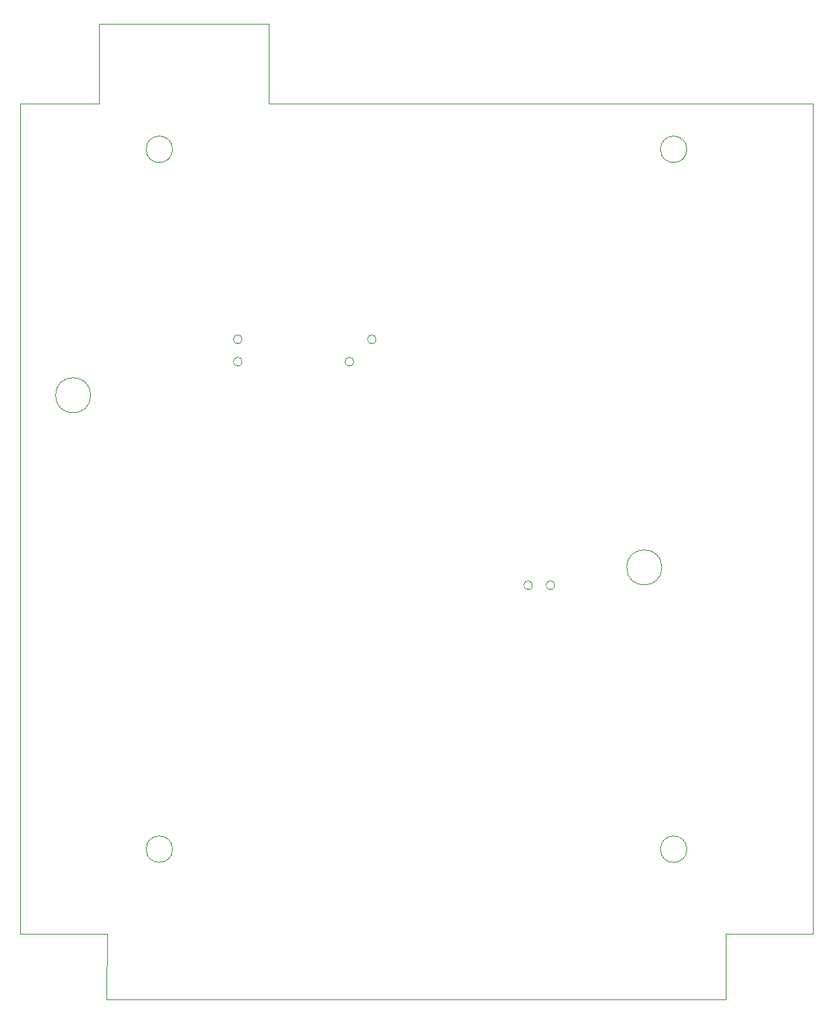
<source format=gm1>
G04 #@! TF.GenerationSoftware,KiCad,Pcbnew,9.0.1*
G04 #@! TF.CreationDate,2025-09-16T21:45:56+03:00*
G04 #@! TF.ProjectId,v1,76312e6b-6963-4616-945f-706362585858,rev?*
G04 #@! TF.SameCoordinates,Original*
G04 #@! TF.FileFunction,Profile,NP*
%FSLAX46Y46*%
G04 Gerber Fmt 4.6, Leading zero omitted, Abs format (unit mm)*
G04 Created by KiCad (PCBNEW 9.0.1) date 2025-09-16 21:45:56*
%MOMM*%
%LPD*%
G01*
G04 APERTURE LIST*
G04 #@! TA.AperFunction,Profile*
%ADD10C,0.050000*%
G04 #@! TD*
G04 APERTURE END LIST*
D10*
X104470200Y-148640800D02*
X104495600Y-141224000D01*
X104495600Y-141224000D02*
X94615000Y-141224000D01*
X122936000Y-37846000D02*
X122936000Y-46863000D01*
X122936000Y-46863000D02*
X184785000Y-46863000D01*
X102647500Y-80010000D02*
G75*
G02*
X98647500Y-80010000I-2000000J0D01*
G01*
X98647500Y-80010000D02*
G75*
G02*
X102647500Y-80010000I2000000J0D01*
G01*
X94615000Y-46863000D02*
X103632000Y-46863000D01*
X155440000Y-101600000D02*
G75*
G02*
X154440000Y-101600000I-500000J0D01*
G01*
X154440000Y-101600000D02*
G75*
G02*
X155440000Y-101600000I500000J0D01*
G01*
X132572000Y-76200000D02*
G75*
G02*
X131572000Y-76200000I-500000J0D01*
G01*
X131572000Y-76200000D02*
G75*
G02*
X132572000Y-76200000I500000J0D01*
G01*
X111950000Y-131580000D02*
G75*
G02*
X108950000Y-131580000I-1500000J0D01*
G01*
X108950000Y-131580000D02*
G75*
G02*
X111950000Y-131580000I1500000J0D01*
G01*
X152900000Y-101600000D02*
G75*
G02*
X151900000Y-101600000I-500000J0D01*
G01*
X151900000Y-101600000D02*
G75*
G02*
X152900000Y-101600000I500000J0D01*
G01*
X94615000Y-141224000D02*
X94615000Y-46863000D01*
X170450000Y-131580000D02*
G75*
G02*
X167450000Y-131580000I-1500000J0D01*
G01*
X167450000Y-131580000D02*
G75*
G02*
X170450000Y-131580000I1500000J0D01*
G01*
X103632000Y-46863000D02*
X103632000Y-37846000D01*
X174904400Y-148640800D02*
X104470200Y-148640800D01*
X135120000Y-73660000D02*
G75*
G02*
X134120000Y-73660000I-500000J0D01*
G01*
X134120000Y-73660000D02*
G75*
G02*
X135120000Y-73660000I500000J0D01*
G01*
X170450000Y-52070000D02*
G75*
G02*
X167450000Y-52070000I-1500000J0D01*
G01*
X167450000Y-52070000D02*
G75*
G02*
X170450000Y-52070000I1500000J0D01*
G01*
X184785000Y-46863000D02*
X184785000Y-141224000D01*
X174904400Y-141224000D02*
X174904400Y-148640800D01*
X167608000Y-99568000D02*
G75*
G02*
X163608000Y-99568000I-2000000J0D01*
G01*
X163608000Y-99568000D02*
G75*
G02*
X167608000Y-99568000I2000000J0D01*
G01*
X111950000Y-52070000D02*
G75*
G02*
X108950000Y-52070000I-1500000J0D01*
G01*
X108950000Y-52070000D02*
G75*
G02*
X111950000Y-52070000I1500000J0D01*
G01*
X103632000Y-37846000D02*
X122936000Y-37846000D01*
X119880000Y-76200000D02*
G75*
G02*
X118880000Y-76200000I-500000J0D01*
G01*
X118880000Y-76200000D02*
G75*
G02*
X119880000Y-76200000I500000J0D01*
G01*
X184785000Y-141224000D02*
X174904400Y-141224000D01*
X119872000Y-73660000D02*
G75*
G02*
X118872000Y-73660000I-500000J0D01*
G01*
X118872000Y-73660000D02*
G75*
G02*
X119872000Y-73660000I500000J0D01*
G01*
M02*

</source>
